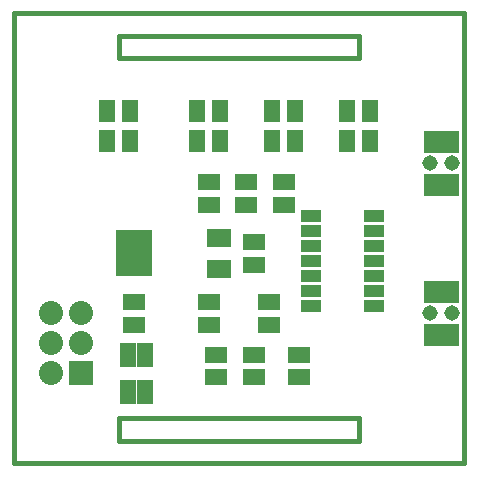
<source format=gts>
G04 (created by PCBNEW-RS274X (2011-nov-30)-testing) date Sat 15 Sep 2012 11:31:33 AM EDT*
%MOIN*%
G04 Gerber Fmt 3.4, Leading zero omitted, Abs format*
%FSLAX34Y34*%
G01*
G70*
G90*
G04 APERTURE LIST*
%ADD10C,0.006*%
%ADD11C,0.015*%
%ADD12R,0.075X0.055*%
%ADD13R,0.0791X0.0594*%
%ADD14R,0.1184X0.1539*%
%ADD15C,0.0515*%
%ADD16R,0.0613X0.0751*%
%ADD17R,0.065X0.04*%
%ADD18R,0.055X0.075*%
%ADD19R,0.08X0.08*%
%ADD20C,0.08*%
%ADD21R,0.055X0.079*%
G04 APERTURE END LIST*
G54D10*
G54D11*
X79500Y-62500D02*
X87500Y-62500D01*
X87500Y-62500D02*
X87500Y-63250D01*
X87500Y-63250D02*
X79500Y-63250D01*
X79500Y-63250D02*
X79500Y-62500D01*
X79500Y-50500D02*
X79500Y-49750D01*
X87500Y-50500D02*
X79500Y-50500D01*
X87500Y-49750D02*
X87500Y-50500D01*
X79500Y-49750D02*
X87500Y-49750D01*
X91000Y-64000D02*
X91000Y-49000D01*
X76000Y-64000D02*
X91000Y-64000D01*
X76000Y-49000D02*
X76000Y-64000D01*
X76000Y-64000D02*
X76000Y-49000D01*
X76000Y-49000D02*
X91000Y-49000D01*
G54D12*
X84000Y-57375D03*
X84000Y-56625D03*
X84500Y-58625D03*
X84500Y-59375D03*
X85000Y-55375D03*
X85000Y-54625D03*
X83750Y-55375D03*
X83750Y-54625D03*
X82500Y-55375D03*
X82500Y-54625D03*
G54D13*
X82835Y-57512D03*
X82835Y-56488D03*
G54D14*
X80000Y-57000D03*
G54D15*
X90604Y-59000D03*
G54D16*
X89965Y-58291D03*
X90535Y-59709D03*
X90535Y-58291D03*
X89965Y-59709D03*
G54D15*
X89896Y-59000D03*
X90604Y-54000D03*
G54D16*
X89965Y-53291D03*
X90535Y-54709D03*
X90535Y-53291D03*
X89965Y-54709D03*
G54D15*
X89896Y-54000D03*
G54D17*
X85900Y-55750D03*
X85900Y-56250D03*
X85900Y-56750D03*
X85900Y-57250D03*
X85900Y-57750D03*
X85900Y-58250D03*
X85900Y-58750D03*
X88000Y-58750D03*
X88000Y-58250D03*
X88000Y-57750D03*
X88000Y-57250D03*
X88000Y-56750D03*
X88000Y-56250D03*
X88000Y-55750D03*
G54D18*
X79875Y-53250D03*
X79125Y-53250D03*
G54D12*
X85500Y-60375D03*
X85500Y-61125D03*
G54D18*
X87875Y-53250D03*
X87125Y-53250D03*
X85375Y-53250D03*
X84625Y-53250D03*
X82875Y-53250D03*
X82125Y-53250D03*
G54D12*
X84000Y-61125D03*
X84000Y-60375D03*
X82750Y-61125D03*
X82750Y-60375D03*
X80000Y-58625D03*
X80000Y-59375D03*
G54D18*
X79875Y-52250D03*
X79125Y-52250D03*
X82875Y-52250D03*
X82125Y-52250D03*
X85375Y-52250D03*
X84625Y-52250D03*
X87875Y-52250D03*
X87125Y-52250D03*
G54D12*
X82500Y-58625D03*
X82500Y-59375D03*
G54D19*
X78250Y-61000D03*
G54D20*
X77250Y-61000D03*
X78250Y-60000D03*
X77250Y-60000D03*
X78250Y-59000D03*
X77250Y-59000D03*
G54D21*
X80385Y-60390D03*
X79815Y-60390D03*
X79815Y-61610D03*
X80385Y-61611D03*
M02*

</source>
